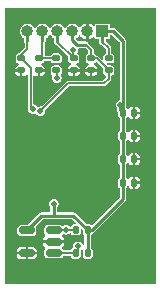
<source format=gbr>
%TF.GenerationSoftware,KiCad,Pcbnew,8.0.1*%
%TF.CreationDate,2024-04-16T09:43:10+08:00*%
%TF.ProjectId,tsa,7473612e-6b69-4636-9164-5f7063625858,rev?*%
%TF.SameCoordinates,Original*%
%TF.FileFunction,Copper,L1,Top*%
%TF.FilePolarity,Positive*%
%FSLAX46Y46*%
G04 Gerber Fmt 4.6, Leading zero omitted, Abs format (unit mm)*
G04 Created by KiCad (PCBNEW 8.0.1) date 2024-04-16 09:43:10*
%MOMM*%
%LPD*%
G01*
G04 APERTURE LIST*
G04 Aperture macros list*
%AMRoundRect*
0 Rectangle with rounded corners*
0 $1 Rounding radius*
0 $2 $3 $4 $5 $6 $7 $8 $9 X,Y pos of 4 corners*
0 Add a 4 corners polygon primitive as box body*
4,1,4,$2,$3,$4,$5,$6,$7,$8,$9,$2,$3,0*
0 Add four circle primitives for the rounded corners*
1,1,$1+$1,$2,$3*
1,1,$1+$1,$4,$5*
1,1,$1+$1,$6,$7*
1,1,$1+$1,$8,$9*
0 Add four rect primitives between the rounded corners*
20,1,$1+$1,$2,$3,$4,$5,0*
20,1,$1+$1,$4,$5,$6,$7,0*
20,1,$1+$1,$6,$7,$8,$9,0*
20,1,$1+$1,$8,$9,$2,$3,0*%
G04 Aperture macros list end*
%TA.AperFunction,SMDPad,CuDef*%
%ADD10RoundRect,0.140000X-0.140000X-0.170000X0.140000X-0.170000X0.140000X0.170000X-0.140000X0.170000X0*%
%TD*%
%TA.AperFunction,SMDPad,CuDef*%
%ADD11RoundRect,0.135000X0.135000X0.185000X-0.135000X0.185000X-0.135000X-0.185000X0.135000X-0.185000X0*%
%TD*%
%TA.AperFunction,SMDPad,CuDef*%
%ADD12RoundRect,0.135000X-0.185000X0.135000X-0.185000X-0.135000X0.185000X-0.135000X0.185000X0.135000X0*%
%TD*%
%TA.AperFunction,SMDPad,CuDef*%
%ADD13RoundRect,0.150000X0.512500X0.150000X-0.512500X0.150000X-0.512500X-0.150000X0.512500X-0.150000X0*%
%TD*%
%TA.AperFunction,SMDPad,CuDef*%
%ADD14RoundRect,0.135000X0.185000X-0.135000X0.185000X0.135000X-0.185000X0.135000X-0.185000X-0.135000X0*%
%TD*%
%TA.AperFunction,ComponentPad*%
%ADD15R,1.000000X1.000000*%
%TD*%
%TA.AperFunction,ComponentPad*%
%ADD16O,1.000000X1.000000*%
%TD*%
%TA.AperFunction,ViaPad*%
%ADD17C,0.508000*%
%TD*%
%TA.AperFunction,Conductor*%
%ADD18C,0.254000*%
%TD*%
%TA.AperFunction,Conductor*%
%ADD19C,0.152400*%
%TD*%
G04 APERTURE END LIST*
D10*
%TO.P,C13,1*%
%TO.N,+5V*%
X18000000Y-3000000D03*
%TO.P,C13,2*%
%TO.N,GND*%
X18960000Y-3000000D03*
%TD*%
D11*
%TO.P,R8,1*%
%TO.N,+5V*%
X15020000Y-8990000D03*
%TO.P,R8,2*%
%TO.N,/SCL*%
X14000000Y-8990000D03*
%TD*%
D12*
%TO.P,R2,1*%
%TO.N,+5V*%
X16800000Y7510000D03*
%TO.P,R2,2*%
%TO.N,/SPI_CS*%
X16800000Y6490000D03*
%TD*%
D13*
%TO.P,U3,1,SCL*%
%TO.N,/SCL*%
X12137500Y-8950000D03*
%TO.P,U3,2,GND*%
%TO.N,GND*%
X12137500Y-8000000D03*
%TO.P,U3,3,SDA*%
%TO.N,/SDA*%
X12137500Y-7050000D03*
%TO.P,U3,4,VCC*%
%TO.N,+5V*%
X9862500Y-7050000D03*
%TO.P,U3,5,wp*%
%TO.N,GND*%
X9862500Y-8950000D03*
%TD*%
D10*
%TO.P,C10,1*%
%TO.N,+5V*%
X18000000Y2910000D03*
%TO.P,C10,2*%
%TO.N,GND*%
X18960000Y2910000D03*
%TD*%
D12*
%TO.P,R1,1*%
%TO.N,/SPI_MISO*%
X10880000Y7510000D03*
%TO.P,R1,2*%
%TO.N,GND*%
X10880000Y6490000D03*
%TD*%
D10*
%TO.P,C12,1*%
%TO.N,+5V*%
X18000000Y-1030000D03*
%TO.P,C12,2*%
%TO.N,GND*%
X18960000Y-1030000D03*
%TD*%
D14*
%TO.P,R6,1*%
%TO.N,/SPI_MISO_1*%
X12360000Y6490000D03*
%TO.P,R6,2*%
%TO.N,/SPI_MISO*%
X12360000Y7510000D03*
%TD*%
D12*
%TO.P,R5,1*%
%TO.N,/SPI_MOSI*%
X13840000Y7510000D03*
%TO.P,R5,2*%
%TO.N,GND*%
X13840000Y6490000D03*
%TD*%
D10*
%TO.P,C11,1*%
%TO.N,+5V*%
X18000000Y940000D03*
%TO.P,C11,2*%
%TO.N,GND*%
X18960000Y940000D03*
%TD*%
D12*
%TO.P,R4,1*%
%TO.N,/SPI_SCK*%
X9400000Y7510000D03*
%TO.P,R4,2*%
%TO.N,GND*%
X9400000Y6490000D03*
%TD*%
%TO.P,R3,1*%
%TO.N,/SPI_CS*%
X15320000Y7510000D03*
%TO.P,R3,2*%
%TO.N,GND*%
X15320000Y6490000D03*
%TD*%
D11*
%TO.P,R7,1*%
%TO.N,+5V*%
X15020000Y-7000000D03*
%TO.P,R7,2*%
%TO.N,/SDA*%
X14000000Y-7000000D03*
%TD*%
D15*
%TO.P,J1,1,Pin_1*%
%TO.N,+5V*%
X16270000Y9800000D03*
D16*
%TO.P,J1,2,Pin_2*%
%TO.N,GND*%
X15000000Y9800000D03*
%TO.P,J1,3,Pin_3*%
%TO.N,/SPI_CS*%
X13730000Y9800000D03*
%TO.P,J1,4,Pin_4*%
%TO.N,/SPI_MOSI*%
X12460000Y9800000D03*
%TO.P,J1,5,Pin_5*%
%TO.N,/SPI_MISO*%
X11190000Y9800000D03*
%TO.P,J1,6,Pin_6*%
%TO.N,/SPI_SCK*%
X9920000Y9800000D03*
%TD*%
D17*
%TO.N,+5V*%
X17800000Y3600000D03*
X12142800Y-4800000D03*
%TO.N,GND*%
X11870000Y-600000D03*
X20400000Y-8200000D03*
X20400000Y-200000D03*
X11235000Y670000D03*
X12505000Y-600000D03*
X12505000Y670000D03*
X11870000Y670000D03*
X15800000Y-11000000D03*
X10000000Y670000D03*
X12200000Y11200000D03*
X9600000Y11200000D03*
X20400000Y6200000D03*
X14600000Y6000000D03*
X17600000Y11200000D03*
X11235000Y-600000D03*
X10600000Y670000D03*
X11400000Y4400000D03*
X9965000Y-600000D03*
X13200000Y-11000000D03*
X18400000Y-11000000D03*
X14800000Y11200000D03*
X14600000Y7000000D03*
X10200000Y-11000000D03*
X10600000Y-600000D03*
%TO.N,/SPI_MOSI*%
X13800000Y8200000D03*
%TO.N,/SPI_CS*%
X11013696Y3037431D03*
%TO.N,/SPI_SCK*%
X10400000Y3200000D03*
%TO.N,/SPI_MISO_1*%
X12400000Y5857200D03*
%TO.N,/SDA*%
X13200000Y-7000000D03*
%TO.N,/SCL*%
X14200000Y-8400000D03*
%TD*%
D18*
%TO.N,+5V*%
X9862500Y-7050000D02*
X11112500Y-5800000D01*
X15020000Y-7000000D02*
X15020000Y-8990000D01*
X12200000Y-5800000D02*
X13820000Y-5800000D01*
X16270000Y9800000D02*
X16270000Y8930000D01*
X17800000Y3110000D02*
X18000000Y2910000D01*
X15400000Y-7000000D02*
X15020000Y-7000000D01*
X18000000Y9000000D02*
X17200000Y9800000D01*
X11112500Y-5800000D02*
X12200000Y-5800000D01*
X13820000Y-5800000D02*
X15020000Y-7000000D01*
X17800000Y3600000D02*
X17800000Y3110000D01*
X18000000Y2910000D02*
X18000000Y9000000D01*
X17200000Y9800000D02*
X16270000Y9800000D01*
X12142800Y-5742800D02*
X12200000Y-5800000D01*
X18000000Y2910000D02*
X18000000Y-4400000D01*
D19*
X16800000Y8400000D02*
X16800000Y7510000D01*
X16270000Y8930000D02*
X16800000Y8400000D01*
D18*
X18000000Y-4400000D02*
X15400000Y-7000000D01*
X12142800Y-4800000D02*
X12142800Y-5742800D01*
D19*
%TO.N,/SPI_MOSI*%
X12460000Y8940000D02*
X13840000Y7560000D01*
X13800000Y8200000D02*
X13800000Y7550000D01*
D18*
X12460000Y9800000D02*
X12460000Y8940000D01*
D19*
X13800000Y7550000D02*
X13840000Y7510000D01*
X13840000Y7560000D02*
X13840000Y7510000D01*
%TO.N,/SPI_CS*%
X13376265Y5400000D02*
X16400000Y5400000D01*
X15320000Y8210000D02*
X14865000Y8665000D01*
D18*
X14135000Y8665000D02*
X14865000Y8665000D01*
D19*
X15320000Y7510000D02*
X15320000Y8210000D01*
X16400000Y5400000D02*
X16800000Y5800000D01*
X15780000Y7510000D02*
X16800000Y6490000D01*
X16800000Y5800000D02*
X16800000Y6490000D01*
D18*
X13730000Y9800000D02*
X13730000Y9070000D01*
X13730000Y9070000D02*
X14135000Y8665000D01*
D19*
X11013696Y3037431D02*
X13376265Y5400000D01*
X15320000Y7510000D02*
X15780000Y7510000D01*
%TO.N,/SPI_SCK*%
X9920000Y8320000D02*
X9400000Y7800000D01*
X10200000Y6710000D02*
X10200000Y3400000D01*
X9400000Y7510000D02*
X9400000Y7800000D01*
D18*
X9920000Y9800000D02*
X9920000Y9000000D01*
D19*
X9400000Y7510000D02*
X10200000Y6710000D01*
X10200000Y3400000D02*
X10400000Y3200000D01*
X9920000Y9000000D02*
X9920000Y8320000D01*
D18*
%TO.N,/SPI_MISO*%
X11190000Y9800000D02*
X11190000Y9000000D01*
D19*
X11190000Y7820000D02*
X10880000Y7510000D01*
X12360000Y7510000D02*
X10880000Y7510000D01*
X11190000Y9000000D02*
X11190000Y7820000D01*
%TO.N,/SPI_MISO_1*%
X12400000Y6450000D02*
X12360000Y6490000D01*
X12400000Y5857200D02*
X12400000Y6450000D01*
%TO.N,/SDA*%
X13200000Y-7000000D02*
X12187500Y-7000000D01*
X13200000Y-7000000D02*
X14000000Y-7000000D01*
X12187500Y-7000000D02*
X12137500Y-7050000D01*
%TO.N,/SCL*%
X14200000Y-8400000D02*
X14200000Y-8790000D01*
X12137500Y-8950000D02*
X13960000Y-8950000D01*
X14200000Y-8790000D02*
X14000000Y-8990000D01*
X13960000Y-8950000D02*
X14000000Y-8990000D01*
%TD*%
%TA.AperFunction,Conductor*%
%TO.N,GND*%
G36*
X11856323Y9506603D02*
G01*
X11886888Y9480956D01*
X11967707Y9363868D01*
X11967716Y9363859D01*
X12086386Y9258728D01*
X12139848Y9230668D01*
X12174473Y9192625D01*
X12180100Y9164082D01*
X12180100Y8903151D01*
X12199175Y8831961D01*
X12236023Y8768139D01*
X12236027Y8768133D01*
X12288133Y8716027D01*
X12288139Y8716023D01*
X12351961Y8679176D01*
X12351969Y8679172D01*
X12393789Y8667966D01*
X12427498Y8648503D01*
X13345074Y7730928D01*
X13366814Y7684308D01*
X13367100Y7677754D01*
X13367100Y7332018D01*
X13369892Y7307944D01*
X13413370Y7209477D01*
X13413372Y7209474D01*
X13489474Y7133372D01*
X13489480Y7133368D01*
X13572320Y7096790D01*
X13609432Y7061171D01*
X13614966Y7010029D01*
X13586332Y6967296D01*
X13571041Y6959769D01*
X13571332Y6959147D01*
X13458026Y6906312D01*
X13458019Y6906307D01*
X13373692Y6821980D01*
X13373687Y6821973D01*
X13323284Y6713883D01*
X13316800Y6664624D01*
X13316800Y6591600D01*
X14363200Y6591600D01*
X14363200Y6664624D01*
X14356715Y6713883D01*
X14306312Y6821973D01*
X14306307Y6821980D01*
X14221980Y6906307D01*
X14221973Y6906312D01*
X14108668Y6959147D01*
X14109633Y6961218D01*
X14075541Y6986200D01*
X14063299Y7036162D01*
X14086037Y7082304D01*
X14107680Y7096790D01*
X14190517Y7133367D01*
X14190519Y7133368D01*
X14190521Y7133369D01*
X14190522Y7133370D01*
X14190525Y7133372D01*
X14266627Y7209474D01*
X14266629Y7209477D01*
X14266631Y7209479D01*
X14310107Y7307943D01*
X14312900Y7332016D01*
X14312900Y7687984D01*
X14310107Y7712057D01*
X14266631Y7810521D01*
X14190521Y7886631D01*
X14186900Y7888229D01*
X14149786Y7923844D01*
X14144248Y7974985D01*
X14150267Y7991163D01*
X14191808Y8072692D01*
X14191809Y8072694D01*
X14211972Y8200000D01*
X14196429Y8298136D01*
X14206244Y8348631D01*
X14246220Y8381003D01*
X14270703Y8385100D01*
X14789755Y8385100D01*
X14838093Y8367507D01*
X14842929Y8363074D01*
X15068874Y8137129D01*
X15090614Y8090509D01*
X15090900Y8083955D01*
X15090900Y7989243D01*
X15073307Y7940905D01*
X15046076Y7920452D01*
X14969479Y7886631D01*
X14969477Y7886629D01*
X14969474Y7886627D01*
X14893372Y7810525D01*
X14893370Y7810522D01*
X14893369Y7810521D01*
X14869602Y7756693D01*
X14849892Y7712055D01*
X14847100Y7687981D01*
X14847100Y7332018D01*
X14849892Y7307944D01*
X14893370Y7209477D01*
X14893372Y7209474D01*
X14969474Y7133372D01*
X14969480Y7133368D01*
X15052320Y7096790D01*
X15089432Y7061171D01*
X15094966Y7010029D01*
X15066332Y6967296D01*
X15051041Y6959769D01*
X15051332Y6959147D01*
X14938026Y6906312D01*
X14938019Y6906307D01*
X14853692Y6821980D01*
X14853687Y6821973D01*
X14803284Y6713883D01*
X14796800Y6664624D01*
X14796800Y6591600D01*
X15843200Y6591600D01*
X15843200Y6664624D01*
X15836715Y6713883D01*
X15786312Y6821973D01*
X15786307Y6821980D01*
X15701980Y6906307D01*
X15701973Y6906312D01*
X15588668Y6959147D01*
X15589633Y6961218D01*
X15555541Y6986200D01*
X15543299Y7036162D01*
X15566037Y7082304D01*
X15587680Y7096790D01*
X15670517Y7133367D01*
X15670519Y7133368D01*
X15670521Y7133369D01*
X15670522Y7133370D01*
X15670525Y7133372D01*
X15698403Y7161250D01*
X15745023Y7182990D01*
X15794710Y7169676D01*
X15804751Y7161250D01*
X16305074Y6660928D01*
X16326814Y6614308D01*
X16327100Y6607754D01*
X16327100Y6312018D01*
X16329892Y6287944D01*
X16373370Y6189477D01*
X16373372Y6189474D01*
X16449474Y6113372D01*
X16449481Y6113367D01*
X16526075Y6079548D01*
X16563188Y6043929D01*
X16570900Y6010756D01*
X16570900Y5926045D01*
X16553307Y5877707D01*
X16548874Y5872870D01*
X16327128Y5651125D01*
X16280508Y5629386D01*
X16273954Y5629100D01*
X13330693Y5629100D01*
X13321157Y5625149D01*
X13306031Y5618884D01*
X13246488Y5594221D01*
X11116736Y3464468D01*
X11070116Y3442728D01*
X11051798Y3443367D01*
X11013696Y3449403D01*
X11013695Y3449403D01*
X10989495Y3445570D01*
X10886390Y3429240D01*
X10886388Y3429239D01*
X10886387Y3429239D01*
X10886386Y3429239D01*
X10837073Y3404112D01*
X10786016Y3397842D01*
X10742875Y3425858D01*
X10735929Y3436974D01*
X10733292Y3442151D01*
X10642151Y3533292D01*
X10527306Y3591809D01*
X10492536Y3597315D01*
X10447547Y3622252D01*
X10429111Y3670275D01*
X10429100Y3671589D01*
X10429100Y5987788D01*
X10446693Y6036126D01*
X10491242Y6061846D01*
X10536080Y6055943D01*
X10606117Y6023284D01*
X10655376Y6016800D01*
X10778400Y6016800D01*
X10778400Y6388400D01*
X10981600Y6388400D01*
X10981600Y6016800D01*
X11104624Y6016800D01*
X11153883Y6023284D01*
X11261973Y6073687D01*
X11261980Y6073692D01*
X11346307Y6158019D01*
X11346312Y6158026D01*
X11396715Y6266116D01*
X11402758Y6312018D01*
X11887100Y6312018D01*
X11889892Y6287944D01*
X11933370Y6189477D01*
X12013489Y6109358D01*
X12035228Y6062738D01*
X12027317Y6022043D01*
X12008191Y5984508D01*
X11988028Y5857200D01*
X11988028Y5857199D01*
X12008191Y5729892D01*
X12066708Y5615047D01*
X12157847Y5523908D01*
X12272693Y5465391D01*
X12272691Y5465391D01*
X12399999Y5445228D01*
X12400000Y5445228D01*
X12400001Y5445228D01*
X12527307Y5465391D01*
X12642152Y5523908D01*
X12733291Y5615047D01*
X12791808Y5729892D01*
X12791809Y5729894D01*
X12811972Y5857200D01*
X12791809Y5984506D01*
X12745677Y6075043D01*
X12739408Y6126096D01*
X12759505Y6162353D01*
X12786631Y6189479D01*
X12830107Y6287943D01*
X12832900Y6312016D01*
X12832900Y6388400D01*
X13316800Y6388400D01*
X13316800Y6315375D01*
X13323284Y6266116D01*
X13373687Y6158026D01*
X13373692Y6158019D01*
X13458019Y6073692D01*
X13458026Y6073687D01*
X13566116Y6023284D01*
X13615376Y6016800D01*
X13738400Y6016800D01*
X13738400Y6388400D01*
X13941600Y6388400D01*
X13941600Y6016800D01*
X14064624Y6016800D01*
X14113883Y6023284D01*
X14221973Y6073687D01*
X14221980Y6073692D01*
X14306307Y6158019D01*
X14306312Y6158026D01*
X14356715Y6266116D01*
X14363200Y6315375D01*
X14363200Y6388400D01*
X14796800Y6388400D01*
X14796800Y6315375D01*
X14803284Y6266116D01*
X14853687Y6158026D01*
X14853692Y6158019D01*
X14938019Y6073692D01*
X14938026Y6073687D01*
X15046116Y6023284D01*
X15095376Y6016800D01*
X15218400Y6016800D01*
X15218400Y6388400D01*
X15421600Y6388400D01*
X15421600Y6016800D01*
X15544624Y6016800D01*
X15593883Y6023284D01*
X15701973Y6073687D01*
X15701980Y6073692D01*
X15786307Y6158019D01*
X15786312Y6158026D01*
X15836715Y6266116D01*
X15843200Y6315375D01*
X15843200Y6388400D01*
X15421600Y6388400D01*
X15218400Y6388400D01*
X14796800Y6388400D01*
X14363200Y6388400D01*
X13941600Y6388400D01*
X13738400Y6388400D01*
X13316800Y6388400D01*
X12832900Y6388400D01*
X12832900Y6667984D01*
X12830107Y6692057D01*
X12786631Y6790521D01*
X12710521Y6866631D01*
X12612057Y6910107D01*
X12587984Y6912900D01*
X12132016Y6912900D01*
X12107943Y6910107D01*
X12009479Y6866631D01*
X12009477Y6866629D01*
X12009474Y6866627D01*
X11933372Y6790525D01*
X11933370Y6790522D01*
X11933369Y6790521D01*
X11917937Y6755571D01*
X11889892Y6692055D01*
X11887100Y6667981D01*
X11887100Y6312018D01*
X11402758Y6312018D01*
X11403200Y6315375D01*
X11403200Y6388400D01*
X10981600Y6388400D01*
X10778400Y6388400D01*
X10778400Y6516400D01*
X10795993Y6564738D01*
X10840542Y6590458D01*
X10853600Y6591600D01*
X11403200Y6591600D01*
X11403200Y6664624D01*
X11396715Y6713883D01*
X11346312Y6821973D01*
X11346307Y6821980D01*
X11261980Y6906307D01*
X11261973Y6906312D01*
X11148668Y6959147D01*
X11149633Y6961218D01*
X11115541Y6986200D01*
X11103299Y7036162D01*
X11126037Y7082304D01*
X11147680Y7096790D01*
X11230517Y7133367D01*
X11230519Y7133368D01*
X11230521Y7133369D01*
X11230522Y7133370D01*
X11230525Y7133372D01*
X11306627Y7209474D01*
X11306629Y7209477D01*
X11306631Y7209479D01*
X11309777Y7216605D01*
X11318375Y7236075D01*
X11353994Y7273188D01*
X11387167Y7280900D01*
X11852833Y7280900D01*
X11901171Y7263307D01*
X11921625Y7236075D01*
X11933367Y7209482D01*
X11933372Y7209474D01*
X12009474Y7133372D01*
X12009477Y7133370D01*
X12009478Y7133369D01*
X12009479Y7133369D01*
X12009484Y7133367D01*
X12107944Y7089892D01*
X12127012Y7087680D01*
X12132016Y7087100D01*
X12132018Y7087100D01*
X12587982Y7087100D01*
X12587984Y7087100D01*
X12593568Y7087747D01*
X12612055Y7089892D01*
X12629100Y7097418D01*
X12710521Y7133369D01*
X12710522Y7133370D01*
X12710525Y7133372D01*
X12786627Y7209474D01*
X12786629Y7209477D01*
X12786631Y7209479D01*
X12830107Y7307943D01*
X12832900Y7332016D01*
X12832900Y7687984D01*
X12830107Y7712057D01*
X12786631Y7810521D01*
X12710521Y7886631D01*
X12612057Y7930107D01*
X12587984Y7932900D01*
X12132016Y7932900D01*
X12107943Y7930107D01*
X12009479Y7886631D01*
X12009477Y7886629D01*
X12009474Y7886627D01*
X11933372Y7810525D01*
X11933367Y7810517D01*
X11921625Y7783925D01*
X11886006Y7746812D01*
X11852833Y7739100D01*
X11494300Y7739100D01*
X11445962Y7756693D01*
X11420242Y7801242D01*
X11419100Y7814300D01*
X11419100Y8816863D01*
X11429175Y8854463D01*
X11450824Y8891961D01*
X11452480Y8898138D01*
X11469900Y8963150D01*
X11469900Y9164082D01*
X11487493Y9212420D01*
X11510152Y9230668D01*
X11563613Y9258728D01*
X11682283Y9363859D01*
X11682292Y9363868D01*
X11758208Y9473852D01*
X11763112Y9480956D01*
X11805050Y9510742D01*
X11856323Y9506603D01*
G37*
%TD.AperFunction*%
%TA.AperFunction,Conductor*%
G36*
X14365761Y9462329D02*
G01*
X14396327Y9436682D01*
X14469780Y9330268D01*
X14469789Y9330258D01*
X14597599Y9217029D01*
X14597605Y9217025D01*
X14748806Y9137668D01*
X14898399Y9100796D01*
X14898400Y9100797D01*
X14898400Y9464877D01*
X14953922Y9450000D01*
X15046078Y9450000D01*
X15101600Y9464877D01*
X15101600Y9100796D01*
X15251193Y9137668D01*
X15402394Y9217025D01*
X15402396Y9217026D01*
X15498356Y9302039D01*
X15546204Y9320924D01*
X15594997Y9304634D01*
X15621903Y9260793D01*
X15621978Y9260422D01*
X15625972Y9240340D01*
X15659764Y9189767D01*
X15710342Y9155972D01*
X15710343Y9155971D01*
X15754943Y9147100D01*
X15914900Y9147100D01*
X15963238Y9129507D01*
X15988958Y9084958D01*
X15990100Y9071900D01*
X15990100Y8893150D01*
X15991220Y8888972D01*
X16009175Y8821961D01*
X16046023Y8758139D01*
X16046027Y8758133D01*
X16098133Y8706027D01*
X16098139Y8706023D01*
X16161961Y8669176D01*
X16161970Y8669172D01*
X16203786Y8657967D01*
X16237496Y8638505D01*
X16548874Y8327128D01*
X16570614Y8280507D01*
X16570900Y8273953D01*
X16570900Y7989243D01*
X16553307Y7940905D01*
X16526076Y7920452D01*
X16449479Y7886631D01*
X16449477Y7886629D01*
X16449474Y7886627D01*
X16373372Y7810525D01*
X16373370Y7810522D01*
X16373369Y7810521D01*
X16349602Y7756693D01*
X16329892Y7712055D01*
X16327100Y7687981D01*
X16327100Y7468444D01*
X16309507Y7420106D01*
X16264958Y7394386D01*
X16214300Y7403319D01*
X16198730Y7415265D01*
X15909775Y7704222D01*
X15890859Y7712057D01*
X15850234Y7728884D01*
X15850231Y7728884D01*
X15825571Y7739100D01*
X15825570Y7739100D01*
X15818307Y7740545D01*
X15818637Y7742204D01*
X15778829Y7756693D01*
X15758375Y7783925D01*
X15750728Y7801242D01*
X15746631Y7810521D01*
X15670521Y7886631D01*
X15593924Y7920451D01*
X15556813Y7956069D01*
X15549100Y7989243D01*
X15549100Y8255569D01*
X15549100Y8255571D01*
X15528199Y8306030D01*
X15524241Y8315585D01*
X15519460Y8327128D01*
X15514222Y8339775D01*
X15156493Y8697502D01*
X15137032Y8731210D01*
X15125825Y8773037D01*
X15088976Y8836862D01*
X15036862Y8888976D01*
X14973037Y8925825D01*
X14901850Y8944900D01*
X14901848Y8944900D01*
X14282088Y8944900D01*
X14233750Y8962493D01*
X14228914Y8966925D01*
X14190594Y9005245D01*
X14066684Y9129153D01*
X14044946Y9175771D01*
X14058260Y9225459D01*
X14084911Y9248911D01*
X14103610Y9258725D01*
X14103613Y9258728D01*
X14222283Y9363859D01*
X14222286Y9363863D01*
X14222292Y9363868D01*
X14272552Y9436682D01*
X14314488Y9466468D01*
X14365761Y9462329D01*
G37*
%TD.AperFunction*%
%TA.AperFunction,Conductor*%
G36*
X20773138Y11782407D02*
G01*
X20798858Y11737858D01*
X20800000Y11724800D01*
X20800000Y-11524800D01*
X20782407Y-11573138D01*
X20737858Y-11598858D01*
X20724800Y-11600000D01*
X8075200Y-11600000D01*
X8026862Y-11582407D01*
X8001142Y-11537858D01*
X8000000Y-11524800D01*
X8000000Y-9051600D01*
X8996801Y-9051600D01*
X8996801Y-9133523D01*
X9006801Y-9202172D01*
X9006802Y-9202174D01*
X9058575Y-9308076D01*
X9141923Y-9391424D01*
X9247826Y-9443198D01*
X9316472Y-9453199D01*
X9760900Y-9453199D01*
X9760900Y-9051600D01*
X9964100Y-9051600D01*
X9964100Y-9453199D01*
X10408519Y-9453199D01*
X10408523Y-9453198D01*
X10477172Y-9443198D01*
X10477174Y-9443197D01*
X10583076Y-9391424D01*
X10666424Y-9308076D01*
X10718198Y-9202173D01*
X10728199Y-9133533D01*
X10728200Y-9133521D01*
X10728200Y-9051600D01*
X9964100Y-9051600D01*
X9760900Y-9051600D01*
X8996801Y-9051600D01*
X8000000Y-9051600D01*
X8000000Y-8848400D01*
X8996800Y-8848400D01*
X9760900Y-8848400D01*
X9760900Y-8446800D01*
X9964100Y-8446800D01*
X9964100Y-8848400D01*
X10728199Y-8848400D01*
X10728199Y-8766481D01*
X10728198Y-8766476D01*
X10718198Y-8697827D01*
X10718197Y-8697825D01*
X10666424Y-8591923D01*
X10583076Y-8508575D01*
X10477173Y-8456801D01*
X10408533Y-8446800D01*
X9964100Y-8446800D01*
X9760900Y-8446800D01*
X9316481Y-8446800D01*
X9316476Y-8446801D01*
X9247827Y-8456801D01*
X9247825Y-8456802D01*
X9141923Y-8508575D01*
X9058575Y-8591923D01*
X9006801Y-8697826D01*
X8996800Y-8766466D01*
X8996800Y-8848400D01*
X8000000Y-8848400D01*
X8000000Y6388400D01*
X8876800Y6388400D01*
X8876800Y6315375D01*
X8883284Y6266116D01*
X8933687Y6158026D01*
X8933692Y6158019D01*
X9018019Y6073692D01*
X9018026Y6073687D01*
X9126116Y6023284D01*
X9175376Y6016800D01*
X9298400Y6016800D01*
X9298400Y6388400D01*
X8876800Y6388400D01*
X8000000Y6388400D01*
X8000000Y6591600D01*
X8876800Y6591600D01*
X9426400Y6591600D01*
X9474738Y6574007D01*
X9500458Y6529458D01*
X9501600Y6516400D01*
X9501600Y6016800D01*
X9624624Y6016800D01*
X9673883Y6023284D01*
X9781973Y6073687D01*
X9781980Y6073692D01*
X9842526Y6134238D01*
X9889146Y6155978D01*
X9938833Y6142664D01*
X9968338Y6100527D01*
X9970900Y6081064D01*
X9970900Y3445570D01*
X9970900Y3354430D01*
X9992868Y3301392D01*
X9997665Y3260853D01*
X9988028Y3200002D01*
X9988028Y3199999D01*
X10008191Y3072692D01*
X10066708Y2957847D01*
X10157847Y2866708D01*
X10272693Y2808191D01*
X10272691Y2808191D01*
X10399999Y2788028D01*
X10400000Y2788028D01*
X10400001Y2788028D01*
X10527308Y2808191D01*
X10527309Y2808191D01*
X10576621Y2833318D01*
X10627678Y2839588D01*
X10670819Y2811572D01*
X10677763Y2800460D01*
X10680401Y2795282D01*
X10680404Y2795278D01*
X10771543Y2704139D01*
X10886389Y2645622D01*
X10886387Y2645622D01*
X11013695Y2625459D01*
X11013696Y2625459D01*
X11013697Y2625459D01*
X11141003Y2645622D01*
X11255848Y2704139D01*
X11346987Y2795278D01*
X11405504Y2910123D01*
X11405505Y2910125D01*
X11425668Y3037431D01*
X11419633Y3075532D01*
X11429448Y3126027D01*
X11440733Y3140471D01*
X13449136Y5148874D01*
X13495756Y5170614D01*
X13502310Y5170900D01*
X16445573Y5170900D01*
X16470232Y5181114D01*
X16470233Y5181115D01*
X16529775Y5205778D01*
X16529777Y5205779D01*
X16994219Y5670222D01*
X16994219Y5670223D01*
X16994221Y5670225D01*
X17017914Y5727425D01*
X17029100Y5754429D01*
X17029100Y6010756D01*
X17046693Y6059094D01*
X17073925Y6079548D01*
X17150518Y6113367D01*
X17150525Y6113372D01*
X17226627Y6189474D01*
X17226629Y6189477D01*
X17226631Y6189479D01*
X17270107Y6287943D01*
X17272900Y6312016D01*
X17272900Y6667984D01*
X17270107Y6692057D01*
X17226631Y6790521D01*
X17150521Y6866631D01*
X17052057Y6910107D01*
X17027984Y6912900D01*
X17027982Y6912900D01*
X16732245Y6912900D01*
X16683907Y6930493D01*
X16679071Y6934926D01*
X16655271Y6958726D01*
X16633531Y7005346D01*
X16646845Y7055033D01*
X16688982Y7084538D01*
X16708445Y7087100D01*
X17027982Y7087100D01*
X17027984Y7087100D01*
X17033568Y7087747D01*
X17052055Y7089892D01*
X17069100Y7097418D01*
X17150521Y7133369D01*
X17150522Y7133370D01*
X17150525Y7133372D01*
X17226627Y7209474D01*
X17226629Y7209477D01*
X17226631Y7209479D01*
X17270107Y7307943D01*
X17272900Y7332016D01*
X17272900Y7687984D01*
X17270107Y7712057D01*
X17226631Y7810521D01*
X17150521Y7886631D01*
X17073924Y7920451D01*
X17036813Y7956069D01*
X17029100Y7989243D01*
X17029100Y8445570D01*
X17029100Y8445571D01*
X17009397Y8493138D01*
X16994222Y8529775D01*
X16571926Y8952071D01*
X16550186Y8998691D01*
X16549900Y9005245D01*
X16549900Y9071900D01*
X16567493Y9120238D01*
X16612042Y9145958D01*
X16625100Y9147100D01*
X16785055Y9147100D01*
X16785057Y9147101D01*
X16829659Y9155972D01*
X16880232Y9189764D01*
X16880232Y9189765D01*
X16880234Y9189766D01*
X16914028Y9240342D01*
X16922900Y9284943D01*
X16922900Y9444900D01*
X16940493Y9493238D01*
X16985042Y9518958D01*
X16998100Y9520100D01*
X17052914Y9520100D01*
X17101252Y9502507D01*
X17106088Y9498074D01*
X17698074Y8906088D01*
X17719814Y8859468D01*
X17720100Y8852914D01*
X17720100Y4061848D01*
X17702507Y4013510D01*
X17677029Y3996335D01*
X17677967Y3994496D01*
X17557847Y3933291D01*
X17466708Y3842152D01*
X17408191Y3727307D01*
X17388028Y3600000D01*
X17388028Y3599999D01*
X17408191Y3472692D01*
X17466708Y3357847D01*
X17498074Y3326482D01*
X17519814Y3279862D01*
X17520100Y3273308D01*
X17520100Y3073151D01*
X17539175Y3001962D01*
X17557026Y2971043D01*
X17567100Y2933444D01*
X17567100Y2696268D01*
X17569940Y2671780D01*
X17569941Y2671779D01*
X17614172Y2571604D01*
X17614172Y2571603D01*
X17645662Y2540114D01*
X17691604Y2494172D01*
X17691605Y2494171D01*
X17696531Y2489246D01*
X17694468Y2487183D01*
X17717343Y2455188D01*
X17720100Y2435013D01*
X17720100Y1414986D01*
X17702507Y1366648D01*
X17696281Y1361005D01*
X17696531Y1360756D01*
X17614175Y1278400D01*
X17614173Y1278397D01*
X17614172Y1278396D01*
X17586355Y1215394D01*
X17569941Y1178220D01*
X17569940Y1178219D01*
X17567100Y1153731D01*
X17567100Y726268D01*
X17569940Y701780D01*
X17569941Y701779D01*
X17614172Y601604D01*
X17614172Y601603D01*
X17645662Y570114D01*
X17691604Y524172D01*
X17691605Y524171D01*
X17696531Y519246D01*
X17694468Y517183D01*
X17717343Y485188D01*
X17720100Y465013D01*
X17720100Y-555013D01*
X17702507Y-603351D01*
X17696283Y-608998D01*
X17696531Y-609246D01*
X17691605Y-614171D01*
X17691604Y-614172D01*
X17655351Y-650424D01*
X17614172Y-691603D01*
X17614172Y-691604D01*
X17569941Y-791779D01*
X17569940Y-791780D01*
X17567100Y-816268D01*
X17567100Y-1243731D01*
X17569940Y-1268219D01*
X17569941Y-1268221D01*
X17614172Y-1368396D01*
X17614173Y-1368397D01*
X17614175Y-1368400D01*
X17696531Y-1450756D01*
X17694460Y-1452826D01*
X17717325Y-1484747D01*
X17720100Y-1504986D01*
X17720100Y-2525013D01*
X17702507Y-2573351D01*
X17696283Y-2578998D01*
X17696531Y-2579246D01*
X17691605Y-2584171D01*
X17691604Y-2584172D01*
X17655351Y-2620424D01*
X17614172Y-2661603D01*
X17614172Y-2661604D01*
X17569941Y-2761779D01*
X17569940Y-2761780D01*
X17567100Y-2786268D01*
X17567100Y-3213731D01*
X17569940Y-3238219D01*
X17569941Y-3238221D01*
X17614172Y-3338396D01*
X17614173Y-3338397D01*
X17614175Y-3338400D01*
X17696531Y-3420756D01*
X17694460Y-3422826D01*
X17717325Y-3454747D01*
X17720100Y-3474986D01*
X17720100Y-4252914D01*
X17702507Y-4301252D01*
X17698074Y-4306088D01*
X15428831Y-6575330D01*
X15382211Y-6597070D01*
X15332524Y-6583756D01*
X15322483Y-6575330D01*
X15320525Y-6573372D01*
X15320522Y-6573370D01*
X15320521Y-6573369D01*
X15222057Y-6529893D01*
X15222055Y-6529892D01*
X15203568Y-6527747D01*
X15197984Y-6527100D01*
X15197982Y-6527100D01*
X14974086Y-6527100D01*
X14925748Y-6509507D01*
X14920912Y-6505074D01*
X13991866Y-5576027D01*
X13991860Y-5576023D01*
X13980099Y-5569233D01*
X13978373Y-5568236D01*
X13928038Y-5539175D01*
X13904308Y-5532816D01*
X13856850Y-5520100D01*
X13856848Y-5520100D01*
X12497900Y-5520100D01*
X12449562Y-5502507D01*
X12423842Y-5457958D01*
X12422700Y-5444900D01*
X12422700Y-5126691D01*
X12440293Y-5078353D01*
X12444715Y-5073527D01*
X12476092Y-5042151D01*
X12534609Y-4927306D01*
X12554772Y-4800000D01*
X12534609Y-4672694D01*
X12476092Y-4557849D01*
X12476091Y-4557847D01*
X12384952Y-4466708D01*
X12270106Y-4408191D01*
X12270108Y-4408191D01*
X12142801Y-4388028D01*
X12142799Y-4388028D01*
X12015492Y-4408191D01*
X11900647Y-4466708D01*
X11809508Y-4557847D01*
X11750991Y-4672692D01*
X11730828Y-4799999D01*
X11730828Y-4800000D01*
X11750991Y-4927307D01*
X11809507Y-5042150D01*
X11809508Y-5042151D01*
X11840874Y-5073517D01*
X11862614Y-5120136D01*
X11862900Y-5126691D01*
X11862900Y-5444900D01*
X11845307Y-5493238D01*
X11800758Y-5518958D01*
X11787700Y-5520100D01*
X11149350Y-5520100D01*
X11075650Y-5520100D01*
X11040056Y-5529637D01*
X11004461Y-5539175D01*
X10940639Y-5576023D01*
X10940633Y-5576027D01*
X9941588Y-6575074D01*
X9894968Y-6596814D01*
X9888414Y-6597100D01*
X9304774Y-6597100D01*
X9299510Y-6597710D01*
X9279451Y-6600037D01*
X9175854Y-6645780D01*
X9175851Y-6645782D01*
X9095782Y-6725851D01*
X9095780Y-6725854D01*
X9050037Y-6829451D01*
X9047710Y-6849510D01*
X9047100Y-6854774D01*
X9047100Y-7245226D01*
X9047892Y-7252055D01*
X9050037Y-7270548D01*
X9095780Y-7374145D01*
X9095782Y-7374148D01*
X9175851Y-7454217D01*
X9175854Y-7454219D01*
X9175855Y-7454220D01*
X9279450Y-7499962D01*
X9304774Y-7502900D01*
X9304776Y-7502900D01*
X10420224Y-7502900D01*
X10420226Y-7502900D01*
X10445550Y-7499962D01*
X10549145Y-7454220D01*
X10629220Y-7374145D01*
X10674962Y-7270550D01*
X10677900Y-7245226D01*
X10677900Y-6854774D01*
X10674962Y-6829450D01*
X10635710Y-6740555D01*
X10632280Y-6689231D01*
X10651326Y-6657011D01*
X11206413Y-6101924D01*
X11253032Y-6080186D01*
X11259586Y-6079900D01*
X12163150Y-6079900D01*
X12236850Y-6079900D01*
X13672914Y-6079900D01*
X13721252Y-6097493D01*
X13726088Y-6101926D01*
X14022888Y-6398726D01*
X14044628Y-6445346D01*
X14031314Y-6495033D01*
X13989177Y-6524538D01*
X13969714Y-6527100D01*
X13822016Y-6527100D01*
X13817189Y-6527660D01*
X13797944Y-6529892D01*
X13699477Y-6573370D01*
X13699474Y-6573372D01*
X13623372Y-6649474D01*
X13623367Y-6649482D01*
X13606926Y-6686717D01*
X13571307Y-6723830D01*
X13520166Y-6729364D01*
X13484960Y-6709516D01*
X13442152Y-6666708D01*
X13327306Y-6608191D01*
X13327308Y-6608191D01*
X13200001Y-6588028D01*
X13199999Y-6588028D01*
X13072692Y-6608191D01*
X12957848Y-6666708D01*
X12954631Y-6669925D01*
X12908009Y-6691661D01*
X12858323Y-6678344D01*
X12848290Y-6669925D01*
X12824145Y-6645780D01*
X12720550Y-6600038D01*
X12720548Y-6600037D01*
X12701100Y-6597781D01*
X12695226Y-6597100D01*
X11579774Y-6597100D01*
X11574510Y-6597710D01*
X11554451Y-6600037D01*
X11450854Y-6645780D01*
X11450851Y-6645782D01*
X11370782Y-6725851D01*
X11370780Y-6725854D01*
X11325037Y-6829451D01*
X11322710Y-6849510D01*
X11322100Y-6854774D01*
X11322100Y-7245226D01*
X11322892Y-7252055D01*
X11325037Y-7270548D01*
X11370780Y-7374145D01*
X11370782Y-7374148D01*
X11435327Y-7438693D01*
X11457067Y-7485313D01*
X11443753Y-7535000D01*
X11421397Y-7554116D01*
X11421996Y-7554954D01*
X11416923Y-7558575D01*
X11333575Y-7641923D01*
X11281801Y-7747826D01*
X11271800Y-7816466D01*
X11271800Y-7898400D01*
X13003199Y-7898400D01*
X13003199Y-7816481D01*
X13003198Y-7816476D01*
X12993198Y-7747827D01*
X12993197Y-7747825D01*
X12941424Y-7641923D01*
X12858076Y-7558575D01*
X12853004Y-7554954D01*
X12854067Y-7553464D01*
X12824114Y-7522378D01*
X12820582Y-7471059D01*
X12839670Y-7438694D01*
X12904220Y-7374145D01*
X12904220Y-7374144D01*
X12909148Y-7369217D01*
X12911141Y-7371210D01*
X12943327Y-7348168D01*
X12994615Y-7352113D01*
X12997691Y-7353593D01*
X13025938Y-7367985D01*
X13072692Y-7391808D01*
X13072694Y-7391809D01*
X13170487Y-7407297D01*
X13199999Y-7411972D01*
X13200000Y-7411972D01*
X13200001Y-7411972D01*
X13220164Y-7408778D01*
X13327306Y-7391809D01*
X13442151Y-7333292D01*
X13484960Y-7290482D01*
X13531579Y-7268743D01*
X13581266Y-7282056D01*
X13606925Y-7313280D01*
X13623369Y-7350521D01*
X13623370Y-7350522D01*
X13623372Y-7350525D01*
X13699474Y-7426627D01*
X13699477Y-7426629D01*
X13699479Y-7426631D01*
X13797943Y-7470107D01*
X13822016Y-7472900D01*
X13822018Y-7472900D01*
X14177982Y-7472900D01*
X14177984Y-7472900D01*
X14202057Y-7470107D01*
X14300521Y-7426631D01*
X14376631Y-7350521D01*
X14420107Y-7252057D01*
X14422900Y-7227984D01*
X14422900Y-6980286D01*
X14440493Y-6931948D01*
X14485042Y-6906228D01*
X14535700Y-6915161D01*
X14551274Y-6927112D01*
X14575074Y-6950912D01*
X14596814Y-6997532D01*
X14597100Y-7004086D01*
X14597100Y-7227984D01*
X14597970Y-7235489D01*
X14599892Y-7252055D01*
X14599893Y-7252057D01*
X14643369Y-7350521D01*
X14643370Y-7350522D01*
X14643372Y-7350525D01*
X14718074Y-7425227D01*
X14739814Y-7471847D01*
X14740100Y-7478401D01*
X14740100Y-8254293D01*
X14722507Y-8302631D01*
X14677958Y-8328351D01*
X14627300Y-8319418D01*
X14594235Y-8280013D01*
X14593379Y-8277527D01*
X14591808Y-8272692D01*
X14533291Y-8157847D01*
X14442152Y-8066708D01*
X14327306Y-8008191D01*
X14327308Y-8008191D01*
X14200001Y-7988028D01*
X14199999Y-7988028D01*
X14072692Y-8008191D01*
X13957847Y-8066708D01*
X13866708Y-8157847D01*
X13808191Y-8272692D01*
X13788028Y-8399999D01*
X13788028Y-8400000D01*
X13797368Y-8458973D01*
X13787553Y-8509468D01*
X13753470Y-8539529D01*
X13699480Y-8563368D01*
X13699474Y-8563372D01*
X13623372Y-8639474D01*
X13623370Y-8639477D01*
X13623369Y-8639478D01*
X13623369Y-8639479D01*
X13607209Y-8676076D01*
X13571592Y-8713187D01*
X13538418Y-8720900D01*
X12995187Y-8720900D01*
X12946849Y-8703307D01*
X12926395Y-8676076D01*
X12904220Y-8625855D01*
X12904219Y-8625854D01*
X12904217Y-8625851D01*
X12839672Y-8561306D01*
X12817932Y-8514686D01*
X12831246Y-8464999D01*
X12853603Y-8445886D01*
X12853004Y-8445046D01*
X12858076Y-8441424D01*
X12941424Y-8358076D01*
X12993198Y-8252173D01*
X13003199Y-8183533D01*
X13003200Y-8183521D01*
X13003200Y-8101600D01*
X11271801Y-8101600D01*
X11271801Y-8183523D01*
X11281801Y-8252172D01*
X11281802Y-8252174D01*
X11333575Y-8358076D01*
X11416923Y-8441424D01*
X11421996Y-8445046D01*
X11420931Y-8446537D01*
X11450882Y-8477614D01*
X11454419Y-8528932D01*
X11435328Y-8561306D01*
X11370780Y-8625854D01*
X11325037Y-8729451D01*
X11322100Y-8754776D01*
X11322100Y-9145223D01*
X11325037Y-9170548D01*
X11370780Y-9274145D01*
X11370782Y-9274148D01*
X11450851Y-9354217D01*
X11450854Y-9354219D01*
X11450855Y-9354220D01*
X11554450Y-9399962D01*
X11579774Y-9402900D01*
X11579776Y-9402900D01*
X12695224Y-9402900D01*
X12695226Y-9402900D01*
X12720550Y-9399962D01*
X12824145Y-9354220D01*
X12904220Y-9274145D01*
X12926395Y-9223923D01*
X12962013Y-9186813D01*
X12995187Y-9179100D01*
X13505609Y-9179100D01*
X13553947Y-9196693D01*
X13577179Y-9236933D01*
X13578408Y-9236599D01*
X13579892Y-9242053D01*
X13579892Y-9242054D01*
X13579893Y-9242057D01*
X13623369Y-9340521D01*
X13623370Y-9340522D01*
X13623372Y-9340525D01*
X13699474Y-9416627D01*
X13699477Y-9416629D01*
X13699479Y-9416631D01*
X13797943Y-9460107D01*
X13822016Y-9462900D01*
X13822018Y-9462900D01*
X14177982Y-9462900D01*
X14177984Y-9462900D01*
X14202057Y-9460107D01*
X14300521Y-9416631D01*
X14376631Y-9340521D01*
X14420107Y-9242057D01*
X14422900Y-9217984D01*
X14422900Y-8865496D01*
X14428624Y-8836718D01*
X14429100Y-8835570D01*
X14429100Y-8777492D01*
X14446693Y-8729154D01*
X14451126Y-8724318D01*
X14468726Y-8706718D01*
X14515346Y-8684978D01*
X14565033Y-8698292D01*
X14594538Y-8740429D01*
X14597100Y-8759892D01*
X14597100Y-9217981D01*
X14599892Y-9242055D01*
X14599893Y-9242057D01*
X14643369Y-9340521D01*
X14643370Y-9340522D01*
X14643372Y-9340525D01*
X14719474Y-9416627D01*
X14719477Y-9416629D01*
X14719479Y-9416631D01*
X14817943Y-9460107D01*
X14842016Y-9462900D01*
X14842018Y-9462900D01*
X15197982Y-9462900D01*
X15197984Y-9462900D01*
X15222057Y-9460107D01*
X15320521Y-9416631D01*
X15396631Y-9340521D01*
X15440107Y-9242057D01*
X15442900Y-9217984D01*
X15442900Y-8762016D01*
X15440107Y-8737943D01*
X15396631Y-8639479D01*
X15396629Y-8639477D01*
X15396627Y-8639474D01*
X15321926Y-8564773D01*
X15300186Y-8518153D01*
X15299900Y-8511599D01*
X15299900Y-7478401D01*
X15317493Y-7430063D01*
X15321926Y-7425227D01*
X15396627Y-7350525D01*
X15396631Y-7350521D01*
X15412055Y-7315587D01*
X15447672Y-7278476D01*
X15461375Y-7273328D01*
X15508037Y-7260825D01*
X15571862Y-7223976D01*
X18223976Y-4571862D01*
X18260825Y-4508038D01*
X18279900Y-4436850D01*
X18279900Y-4363150D01*
X18279900Y-3474986D01*
X18297493Y-3426648D01*
X18303718Y-3421005D01*
X18303469Y-3420756D01*
X18385824Y-3338400D01*
X18385828Y-3338396D01*
X18385830Y-3338390D01*
X18389765Y-3332648D01*
X18391956Y-3334149D01*
X18419675Y-3305245D01*
X18470814Y-3299690D01*
X18513560Y-3328306D01*
X18521030Y-3340938D01*
X18534528Y-3369885D01*
X18534533Y-3369892D01*
X18620107Y-3455466D01*
X18620114Y-3455471D01*
X18729802Y-3506619D01*
X18779790Y-3513199D01*
X18858400Y-3513199D01*
X18858400Y-3101600D01*
X19061600Y-3101600D01*
X19061600Y-3513199D01*
X19140207Y-3513199D01*
X19190194Y-3506619D01*
X19190200Y-3506617D01*
X19299885Y-3455471D01*
X19299892Y-3455466D01*
X19385466Y-3369892D01*
X19385471Y-3369885D01*
X19436619Y-3260197D01*
X19443200Y-3210209D01*
X19443200Y-3101600D01*
X19061600Y-3101600D01*
X18858400Y-3101600D01*
X18858400Y-2486800D01*
X19061600Y-2486800D01*
X19061600Y-2898400D01*
X19443199Y-2898400D01*
X19443199Y-2789791D01*
X19436619Y-2739805D01*
X19436617Y-2739799D01*
X19385471Y-2630114D01*
X19385466Y-2630107D01*
X19299892Y-2544533D01*
X19299885Y-2544528D01*
X19190197Y-2493380D01*
X19140209Y-2486800D01*
X19061600Y-2486800D01*
X18858400Y-2486800D01*
X18779791Y-2486800D01*
X18729805Y-2493380D01*
X18729799Y-2493382D01*
X18620114Y-2544528D01*
X18620107Y-2544533D01*
X18534533Y-2630107D01*
X18534529Y-2630113D01*
X18521030Y-2659062D01*
X18484656Y-2695435D01*
X18433412Y-2699917D01*
X18391275Y-2670412D01*
X18388556Y-2665587D01*
X18385827Y-2661603D01*
X18354331Y-2630107D01*
X18308396Y-2584172D01*
X18308394Y-2584171D01*
X18303469Y-2579246D01*
X18305531Y-2577183D01*
X18282657Y-2545188D01*
X18279900Y-2525013D01*
X18279900Y-1504986D01*
X18297493Y-1456648D01*
X18303718Y-1451005D01*
X18303469Y-1450756D01*
X18385824Y-1368400D01*
X18385828Y-1368396D01*
X18385830Y-1368390D01*
X18389765Y-1362648D01*
X18391956Y-1364149D01*
X18419675Y-1335245D01*
X18470814Y-1329690D01*
X18513560Y-1358306D01*
X18521030Y-1370938D01*
X18534528Y-1399885D01*
X18534533Y-1399892D01*
X18620107Y-1485466D01*
X18620114Y-1485471D01*
X18729802Y-1536619D01*
X18779790Y-1543199D01*
X18858400Y-1543199D01*
X18858400Y-1131600D01*
X19061600Y-1131600D01*
X19061600Y-1543199D01*
X19140207Y-1543199D01*
X19190194Y-1536619D01*
X19190200Y-1536617D01*
X19299885Y-1485471D01*
X19299892Y-1485466D01*
X19385466Y-1399892D01*
X19385471Y-1399885D01*
X19436619Y-1290197D01*
X19443200Y-1240209D01*
X19443200Y-1131600D01*
X19061600Y-1131600D01*
X18858400Y-1131600D01*
X18858400Y-516800D01*
X19061600Y-516800D01*
X19061600Y-928400D01*
X19443199Y-928400D01*
X19443199Y-819791D01*
X19436619Y-769805D01*
X19436617Y-769799D01*
X19385471Y-660114D01*
X19385466Y-660107D01*
X19299892Y-574533D01*
X19299885Y-574528D01*
X19190197Y-523380D01*
X19140209Y-516800D01*
X19061600Y-516800D01*
X18858400Y-516800D01*
X18779791Y-516800D01*
X18729805Y-523380D01*
X18729799Y-523382D01*
X18620114Y-574528D01*
X18620107Y-574533D01*
X18534533Y-660107D01*
X18534529Y-660113D01*
X18521030Y-689062D01*
X18484656Y-725435D01*
X18433412Y-729917D01*
X18391275Y-700412D01*
X18388556Y-695587D01*
X18385827Y-691603D01*
X18354331Y-660107D01*
X18308396Y-614172D01*
X18308394Y-614171D01*
X18303469Y-609246D01*
X18305531Y-607183D01*
X18282657Y-575188D01*
X18279900Y-555013D01*
X18279900Y465013D01*
X18297493Y513351D01*
X18303716Y518998D01*
X18303469Y519246D01*
X18308394Y524171D01*
X18308396Y524172D01*
X18385828Y601604D01*
X18385828Y601605D01*
X18389765Y607352D01*
X18391955Y605851D01*
X18419685Y634759D01*
X18470825Y640307D01*
X18513566Y611684D01*
X18521030Y599062D01*
X18534529Y570113D01*
X18534533Y570107D01*
X18620107Y484533D01*
X18620114Y484528D01*
X18729802Y433380D01*
X18779791Y426800D01*
X18858400Y426800D01*
X18858400Y838400D01*
X19061600Y838400D01*
X19061600Y426800D01*
X19140208Y426800D01*
X19140209Y426801D01*
X19190194Y433380D01*
X19190200Y433382D01*
X19299885Y484528D01*
X19299892Y484533D01*
X19385466Y570107D01*
X19385471Y570114D01*
X19436619Y679802D01*
X19443200Y729790D01*
X19443200Y838400D01*
X19061600Y838400D01*
X18858400Y838400D01*
X18858400Y1453199D01*
X19061600Y1453199D01*
X19061600Y1041600D01*
X19443199Y1041600D01*
X19443199Y1150208D01*
X19436619Y1200194D01*
X19436617Y1200200D01*
X19385471Y1309885D01*
X19385466Y1309892D01*
X19299892Y1395466D01*
X19299885Y1395471D01*
X19190197Y1446619D01*
X19140209Y1453199D01*
X19061600Y1453199D01*
X18858400Y1453199D01*
X18779791Y1453199D01*
X18729805Y1446619D01*
X18729799Y1446617D01*
X18620114Y1395471D01*
X18620107Y1395466D01*
X18534533Y1309892D01*
X18534528Y1309885D01*
X18521030Y1280938D01*
X18484656Y1244564D01*
X18433412Y1240082D01*
X18391275Y1269586D01*
X18388552Y1274418D01*
X18385830Y1278390D01*
X18385828Y1278396D01*
X18354332Y1309892D01*
X18303469Y1360756D01*
X18305539Y1362826D01*
X18282675Y1394747D01*
X18279900Y1414986D01*
X18279900Y2435013D01*
X18297493Y2483351D01*
X18303716Y2488998D01*
X18303469Y2489246D01*
X18308394Y2494171D01*
X18308396Y2494172D01*
X18385828Y2571604D01*
X18385828Y2571605D01*
X18389765Y2577352D01*
X18391955Y2575851D01*
X18419685Y2604759D01*
X18470825Y2610307D01*
X18513566Y2581684D01*
X18521030Y2569062D01*
X18534529Y2540113D01*
X18534533Y2540107D01*
X18620107Y2454533D01*
X18620114Y2454528D01*
X18729802Y2403380D01*
X18779791Y2396800D01*
X18858400Y2396800D01*
X18858400Y2808400D01*
X19061600Y2808400D01*
X19061600Y2396800D01*
X19140208Y2396800D01*
X19140209Y2396801D01*
X19190194Y2403380D01*
X19190200Y2403382D01*
X19299885Y2454528D01*
X19299892Y2454533D01*
X19385466Y2540107D01*
X19385471Y2540114D01*
X19436619Y2649802D01*
X19443200Y2699790D01*
X19443200Y2808400D01*
X19061600Y2808400D01*
X18858400Y2808400D01*
X18858400Y3423199D01*
X19061600Y3423199D01*
X19061600Y3011600D01*
X19443199Y3011600D01*
X19443199Y3120208D01*
X19436619Y3170194D01*
X19436617Y3170200D01*
X19385471Y3279885D01*
X19385466Y3279892D01*
X19299892Y3365466D01*
X19299885Y3365471D01*
X19190197Y3416619D01*
X19140209Y3423199D01*
X19061600Y3423199D01*
X18858400Y3423199D01*
X18779791Y3423199D01*
X18729805Y3416619D01*
X18729799Y3416617D01*
X18620114Y3365471D01*
X18620107Y3365466D01*
X18534533Y3279892D01*
X18534528Y3279885D01*
X18521030Y3250938D01*
X18484656Y3214564D01*
X18433412Y3210082D01*
X18391275Y3239586D01*
X18388552Y3244418D01*
X18385830Y3248390D01*
X18385828Y3248396D01*
X18352425Y3281799D01*
X18303469Y3330756D01*
X18305539Y3332826D01*
X18282675Y3364747D01*
X18279900Y3384986D01*
X18279900Y9036848D01*
X18279900Y9036850D01*
X18260825Y9108037D01*
X18223976Y9171862D01*
X18171862Y9223976D01*
X17371862Y10023976D01*
X17308037Y10060825D01*
X17236850Y10079900D01*
X17236848Y10079900D01*
X16998099Y10079900D01*
X16949761Y10097493D01*
X16924041Y10142042D01*
X16922899Y10155100D01*
X16922899Y10315056D01*
X16914028Y10359658D01*
X16880234Y10410234D01*
X16829658Y10444028D01*
X16785057Y10452900D01*
X15754944Y10452899D01*
X15710342Y10444028D01*
X15710340Y10444027D01*
X15666831Y10414955D01*
X15659766Y10410234D01*
X15625972Y10359658D01*
X15625972Y10359657D01*
X15625972Y10359656D01*
X15621977Y10339576D01*
X15595290Y10295600D01*
X15546579Y10279067D01*
X15498637Y10297712D01*
X15498355Y10297961D01*
X15402395Y10382973D01*
X15402394Y10382974D01*
X15251193Y10462331D01*
X15251192Y10462332D01*
X15101600Y10499202D01*
X15101600Y10135122D01*
X15046078Y10150000D01*
X14953922Y10150000D01*
X14898400Y10135122D01*
X14898400Y10499202D01*
X14748807Y10462332D01*
X14748806Y10462331D01*
X14597605Y10382974D01*
X14597599Y10382970D01*
X14469789Y10269741D01*
X14469777Y10269728D01*
X14396328Y10163318D01*
X14354390Y10133531D01*
X14303117Y10137670D01*
X14272552Y10163318D01*
X14222295Y10236127D01*
X14222292Y10236132D01*
X14103613Y10341272D01*
X13963222Y10414956D01*
X13809276Y10452900D01*
X13650724Y10452900D01*
X13496778Y10414956D01*
X13356387Y10341272D01*
X13356386Y10341271D01*
X13356383Y10341269D01*
X13237716Y10236140D01*
X13237711Y10236134D01*
X13237708Y10236132D01*
X13237706Y10236129D01*
X13237704Y10236127D01*
X13156888Y10119044D01*
X13114950Y10089257D01*
X13063677Y10093396D01*
X13033112Y10119044D01*
X13017238Y10142042D01*
X12952292Y10236132D01*
X12833613Y10341272D01*
X12693222Y10414956D01*
X12539276Y10452900D01*
X12380724Y10452900D01*
X12226778Y10414956D01*
X12086387Y10341272D01*
X12086386Y10341271D01*
X12086383Y10341269D01*
X11967716Y10236140D01*
X11967711Y10236134D01*
X11967708Y10236132D01*
X11967706Y10236129D01*
X11967704Y10236127D01*
X11886888Y10119044D01*
X11844950Y10089257D01*
X11793677Y10093396D01*
X11763112Y10119044D01*
X11747238Y10142042D01*
X11682292Y10236132D01*
X11563613Y10341272D01*
X11423222Y10414956D01*
X11269276Y10452900D01*
X11110724Y10452900D01*
X10956778Y10414956D01*
X10816387Y10341272D01*
X10816386Y10341271D01*
X10816383Y10341269D01*
X10697716Y10236140D01*
X10697711Y10236134D01*
X10697708Y10236132D01*
X10697706Y10236129D01*
X10697704Y10236127D01*
X10616888Y10119044D01*
X10574950Y10089257D01*
X10523677Y10093396D01*
X10493112Y10119044D01*
X10477238Y10142042D01*
X10412292Y10236132D01*
X10293613Y10341272D01*
X10153222Y10414956D01*
X9999276Y10452900D01*
X9840724Y10452900D01*
X9686778Y10414956D01*
X9546387Y10341272D01*
X9546386Y10341271D01*
X9546383Y10341269D01*
X9427716Y10236140D01*
X9427707Y10236131D01*
X9337640Y10105646D01*
X9337637Y10105641D01*
X9281416Y9957399D01*
X9262305Y9800000D01*
X9281416Y9642600D01*
X9337637Y9494358D01*
X9337640Y9494353D01*
X9427707Y9363868D01*
X9427716Y9363859D01*
X9546386Y9258728D01*
X9599848Y9230668D01*
X9634473Y9192625D01*
X9640100Y9164082D01*
X9640100Y8963151D01*
X9659175Y8891961D01*
X9680825Y8854463D01*
X9690900Y8816863D01*
X9690900Y8446045D01*
X9673307Y8397707D01*
X9668874Y8392871D01*
X9230929Y7954926D01*
X9184309Y7933186D01*
X9177755Y7932900D01*
X9172016Y7932900D01*
X9147943Y7930107D01*
X9049479Y7886631D01*
X9049477Y7886629D01*
X9049474Y7886627D01*
X8973372Y7810525D01*
X8973370Y7810522D01*
X8973369Y7810521D01*
X8949602Y7756693D01*
X8929892Y7712055D01*
X8927100Y7687981D01*
X8927100Y7332018D01*
X8929892Y7307944D01*
X8973370Y7209477D01*
X8973372Y7209474D01*
X9049474Y7133372D01*
X9049480Y7133368D01*
X9132320Y7096790D01*
X9169432Y7061171D01*
X9174966Y7010029D01*
X9146332Y6967296D01*
X9131041Y6959769D01*
X9131332Y6959147D01*
X9018026Y6906312D01*
X9018019Y6906307D01*
X8933692Y6821980D01*
X8933687Y6821973D01*
X8883284Y6713883D01*
X8876800Y6664624D01*
X8876800Y6591600D01*
X8000000Y6591600D01*
X8000000Y11724800D01*
X8017593Y11773138D01*
X8062142Y11798858D01*
X8075200Y11800000D01*
X20724800Y11800000D01*
X20773138Y11782407D01*
G37*
%TD.AperFunction*%
%TD*%
M02*

</source>
